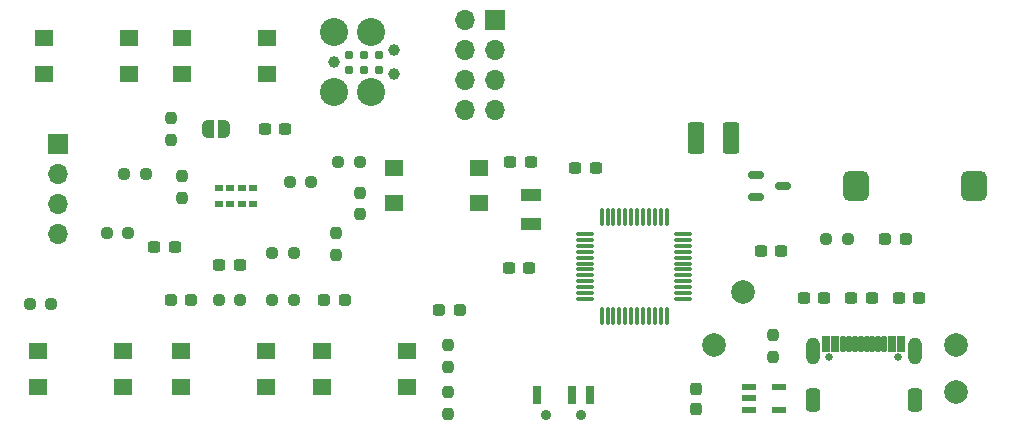
<source format=gts>
G04 #@! TF.GenerationSoftware,KiCad,Pcbnew,8.0.1*
G04 #@! TF.CreationDate,2024-04-26T15:43:04-05:00*
G04 #@! TF.ProjectId,HCIPCB_ATSAMD21G18_template,48434950-4342-45f4-9154-53414d443231,rev?*
G04 #@! TF.SameCoordinates,Original*
G04 #@! TF.FileFunction,Soldermask,Top*
G04 #@! TF.FilePolarity,Negative*
%FSLAX46Y46*%
G04 Gerber Fmt 4.6, Leading zero omitted, Abs format (unit mm)*
G04 Created by KiCad (PCBNEW 8.0.1) date 2024-04-26 15:43:04*
%MOMM*%
%LPD*%
G01*
G04 APERTURE LIST*
G04 Aperture macros list*
%AMRoundRect*
0 Rectangle with rounded corners*
0 $1 Rounding radius*
0 $2 $3 $4 $5 $6 $7 $8 $9 X,Y pos of 4 corners*
0 Add a 4 corners polygon primitive as box body*
4,1,4,$2,$3,$4,$5,$6,$7,$8,$9,$2,$3,0*
0 Add four circle primitives for the rounded corners*
1,1,$1+$1,$2,$3*
1,1,$1+$1,$4,$5*
1,1,$1+$1,$6,$7*
1,1,$1+$1,$8,$9*
0 Add four rect primitives between the rounded corners*
20,1,$1+$1,$2,$3,$4,$5,0*
20,1,$1+$1,$4,$5,$6,$7,0*
20,1,$1+$1,$6,$7,$8,$9,0*
20,1,$1+$1,$8,$9,$2,$3,0*%
%AMFreePoly0*
4,1,19,0.500000,-0.750000,0.000000,-0.750000,0.000000,-0.744911,-0.071157,-0.744911,-0.207708,-0.704816,-0.327430,-0.627875,-0.420627,-0.520320,-0.479746,-0.390866,-0.500000,-0.250000,-0.500000,0.250000,-0.479746,0.390866,-0.420627,0.520320,-0.327430,0.627875,-0.207708,0.704816,-0.071157,0.744911,0.000000,0.744911,0.000000,0.750000,0.500000,0.750000,0.500000,-0.750000,0.500000,-0.750000,
$1*%
%AMFreePoly1*
4,1,19,0.000000,0.744911,0.071157,0.744911,0.207708,0.704816,0.327430,0.627875,0.420627,0.520320,0.479746,0.390866,0.500000,0.250000,0.500000,-0.250000,0.479746,-0.390866,0.420627,-0.520320,0.327430,-0.627875,0.207708,-0.704816,0.071157,-0.744911,0.000000,-0.744911,0.000000,-0.750000,-0.500000,-0.750000,-0.500000,0.750000,0.000000,0.750000,0.000000,0.744911,0.000000,0.744911,
$1*%
G04 Aperture macros list end*
%ADD10C,0.900000*%
%ADD11R,0.700000X1.500000*%
%ADD12RoundRect,0.237500X-0.287500X-0.237500X0.287500X-0.237500X0.287500X0.237500X-0.287500X0.237500X0*%
%ADD13RoundRect,0.237500X-0.300000X-0.237500X0.300000X-0.237500X0.300000X0.237500X-0.300000X0.237500X0*%
%ADD14RoundRect,0.237500X-0.250000X-0.237500X0.250000X-0.237500X0.250000X0.237500X-0.250000X0.237500X0*%
%ADD15RoundRect,0.237500X0.237500X-0.250000X0.237500X0.250000X-0.237500X0.250000X-0.237500X-0.250000X0*%
%ADD16R,0.720000X0.600000*%
%ADD17RoundRect,0.237500X0.250000X0.237500X-0.250000X0.237500X-0.250000X-0.237500X0.250000X-0.237500X0*%
%ADD18R,1.700000X1.700000*%
%ADD19O,1.700000X1.700000*%
%ADD20C,2.000000*%
%ADD21RoundRect,0.237500X0.237500X-0.300000X0.237500X0.300000X-0.237500X0.300000X-0.237500X-0.300000X0*%
%ADD22R,1.600000X1.400000*%
%ADD23C,2.374900*%
%ADD24C,0.990600*%
%ADD25C,0.787400*%
%ADD26R,1.200000X0.600000*%
%ADD27RoundRect,0.150000X-0.512500X-0.150000X0.512500X-0.150000X0.512500X0.150000X-0.512500X0.150000X0*%
%ADD28RoundRect,0.237500X-0.237500X0.250000X-0.237500X-0.250000X0.237500X-0.250000X0.237500X0.250000X0*%
%ADD29R,1.800000X1.000000*%
%ADD30RoundRect,0.237500X0.300000X0.237500X-0.300000X0.237500X-0.300000X-0.237500X0.300000X-0.237500X0*%
%ADD31RoundRect,0.250001X-0.462499X-1.074999X0.462499X-1.074999X0.462499X1.074999X-0.462499X1.074999X0*%
%ADD32C,0.650000*%
%ADD33RoundRect,0.075000X-0.300000X-0.575000X0.300000X-0.575000X0.300000X0.575000X-0.300000X0.575000X0*%
%ADD34RoundRect,0.075000X-0.150000X-0.575000X0.150000X-0.575000X0.150000X0.575000X-0.150000X0.575000X0*%
%ADD35O,1.204000X2.304000*%
%ADD36RoundRect,0.301000X-0.301000X-0.701000X0.301000X-0.701000X0.301000X0.701000X-0.301000X0.701000X0*%
%ADD37RoundRect,0.075000X-0.662500X-0.075000X0.662500X-0.075000X0.662500X0.075000X-0.662500X0.075000X0*%
%ADD38RoundRect,0.075000X-0.075000X-0.662500X0.075000X-0.662500X0.075000X0.662500X-0.075000X0.662500X0*%
%ADD39RoundRect,0.550000X-0.550000X-0.720000X0.550000X-0.720000X0.550000X0.720000X-0.550000X0.720000X0*%
%ADD40FreePoly0,0.000000*%
%ADD41FreePoly1,0.000000*%
G04 APERTURE END LIST*
D10*
X135750000Y-111446335D03*
X138750000Y-111446335D03*
D11*
X135000000Y-109696335D03*
X138000000Y-109696335D03*
X139500000Y-109696335D03*
D12*
X126750000Y-102500000D03*
X128500000Y-102500000D03*
D13*
X138275000Y-90500000D03*
X140000000Y-90500000D03*
D14*
X114087500Y-91675000D03*
X115912500Y-91675000D03*
D13*
X161637500Y-101500000D03*
X163362500Y-101500000D03*
D14*
X100087500Y-91000000D03*
X101912500Y-91000000D03*
D15*
X127500000Y-107325000D03*
X127500000Y-105500000D03*
D16*
X108090000Y-92175000D03*
X109060000Y-92175000D03*
X110030000Y-92175000D03*
X111000000Y-92175000D03*
X111000000Y-93575000D03*
X110030000Y-93575000D03*
X109060000Y-93575000D03*
X108090000Y-93575000D03*
D17*
X93912500Y-102000000D03*
X92087500Y-102000000D03*
D14*
X112587500Y-101675000D03*
X114412500Y-101675000D03*
D15*
X120000000Y-94412500D03*
X120000000Y-92587500D03*
D13*
X112000000Y-87175000D03*
X113725000Y-87175000D03*
D15*
X105000000Y-93000000D03*
X105000000Y-91175000D03*
D18*
X131500000Y-77960000D03*
D19*
X128960000Y-77960000D03*
X131500000Y-80500000D03*
X128960000Y-80500000D03*
X131500000Y-83040000D03*
X128960000Y-83040000D03*
X131500000Y-85580000D03*
X128960000Y-85580000D03*
D20*
X152500000Y-101000000D03*
D17*
X114412500Y-97675000D03*
X112587500Y-97675000D03*
D21*
X148500000Y-110912500D03*
X148500000Y-109187500D03*
D14*
X118175000Y-90000000D03*
X120000000Y-90000000D03*
D13*
X157637500Y-101500000D03*
X159362500Y-101500000D03*
D22*
X93300000Y-79500000D03*
X100500000Y-79500000D03*
X93300000Y-82500000D03*
X100500000Y-82500000D03*
D14*
X98587500Y-96000000D03*
X100412500Y-96000000D03*
D13*
X108137500Y-98675000D03*
X109862500Y-98675000D03*
D20*
X170500000Y-109500000D03*
D23*
X117825000Y-79000000D03*
D24*
X117825000Y-81540000D03*
D23*
X117825000Y-84080000D03*
X121000000Y-79000000D03*
X121000000Y-84080000D03*
D24*
X122905000Y-80524000D03*
X122905000Y-82556000D03*
D25*
X119095000Y-82175000D03*
X119095000Y-80905000D03*
X120365000Y-82175000D03*
X120365000Y-80905000D03*
X121635000Y-82175000D03*
X121635000Y-80905000D03*
D26*
X153000000Y-109050000D03*
X153000000Y-110000000D03*
X153000000Y-110950000D03*
X155500000Y-110950000D03*
X155500000Y-109050000D03*
D27*
X153587500Y-91050000D03*
X153587500Y-92950000D03*
X155862500Y-92000000D03*
D28*
X155000000Y-104637500D03*
X155000000Y-106462500D03*
D18*
X94500000Y-88500000D03*
D19*
X94500000Y-91040000D03*
X94500000Y-93580000D03*
X94500000Y-96120000D03*
D22*
X122900000Y-90500000D03*
X130100000Y-90500000D03*
X122900000Y-93500000D03*
X130100000Y-93500000D03*
D13*
X165637500Y-101500000D03*
X167362500Y-101500000D03*
D29*
X134500000Y-95250000D03*
X134500000Y-92750000D03*
D30*
X134362500Y-99000000D03*
X132637500Y-99000000D03*
D22*
X92800000Y-106000000D03*
X100000000Y-106000000D03*
X92800000Y-109000000D03*
X100000000Y-109000000D03*
D31*
X148512500Y-88000000D03*
X151487500Y-88000000D03*
D32*
X159790000Y-106482500D03*
X165570000Y-106482500D03*
D33*
X159480000Y-105407500D03*
X160280000Y-105407500D03*
D34*
X161430000Y-105407500D03*
X162430000Y-105407500D03*
X162930000Y-105407500D03*
X163930000Y-105407500D03*
D33*
X165880000Y-105407500D03*
X165080000Y-105407500D03*
D34*
X164430000Y-105407500D03*
X163430000Y-105407500D03*
X161930000Y-105407500D03*
X160930000Y-105407500D03*
D35*
X158360000Y-105982500D03*
X167000000Y-105982500D03*
D36*
X158360000Y-110162500D03*
X167000000Y-110162500D03*
D37*
X139087500Y-96087500D03*
X139087500Y-96587500D03*
X139087500Y-97087500D03*
X139087500Y-97587500D03*
X139087500Y-98087500D03*
X139087500Y-98587500D03*
X139087500Y-99087500D03*
X139087500Y-99587500D03*
X139087500Y-100087500D03*
X139087500Y-100587500D03*
X139087500Y-101087500D03*
X139087500Y-101587500D03*
D38*
X140500000Y-103000000D03*
X141000000Y-103000000D03*
X141500000Y-103000000D03*
X142000000Y-103000000D03*
X142500000Y-103000000D03*
X143000000Y-103000000D03*
X143500000Y-103000000D03*
X144000000Y-103000000D03*
X144500000Y-103000000D03*
X145000000Y-103000000D03*
X145500000Y-103000000D03*
X146000000Y-103000000D03*
D37*
X147412500Y-101587500D03*
X147412500Y-101087500D03*
X147412500Y-100587500D03*
X147412500Y-100087500D03*
X147412500Y-99587500D03*
X147412500Y-99087500D03*
X147412500Y-98587500D03*
X147412500Y-98087500D03*
X147412500Y-97587500D03*
X147412500Y-97087500D03*
X147412500Y-96587500D03*
X147412500Y-96087500D03*
D38*
X146000000Y-94675000D03*
X145500000Y-94675000D03*
X145000000Y-94675000D03*
X144500000Y-94675000D03*
X144000000Y-94675000D03*
X143500000Y-94675000D03*
X143000000Y-94675000D03*
X142500000Y-94675000D03*
X142000000Y-94675000D03*
X141500000Y-94675000D03*
X141000000Y-94675000D03*
X140500000Y-94675000D03*
D12*
X104000000Y-101675000D03*
X105750000Y-101675000D03*
D22*
X104900000Y-106000000D03*
X112100000Y-106000000D03*
X104900000Y-109000000D03*
X112100000Y-109000000D03*
D13*
X154000000Y-97500000D03*
X155725000Y-97500000D03*
D15*
X118000000Y-97825000D03*
X118000000Y-96000000D03*
D20*
X150000000Y-105500000D03*
D15*
X127500000Y-111325000D03*
X127500000Y-109500000D03*
X104000000Y-88087500D03*
X104000000Y-86262500D03*
D20*
X170500000Y-105500000D03*
D39*
X172000000Y-92000000D03*
X162000000Y-92000000D03*
D40*
X107200000Y-87175000D03*
D41*
X108500000Y-87175000D03*
D12*
X164487500Y-96500000D03*
X166237500Y-96500000D03*
X117000000Y-101675000D03*
X118750000Y-101675000D03*
D30*
X104362500Y-97175000D03*
X102637500Y-97175000D03*
D22*
X105000000Y-79500000D03*
X112200000Y-79500000D03*
X105000000Y-82500000D03*
X112200000Y-82500000D03*
D14*
X159537500Y-96500000D03*
X161362500Y-96500000D03*
D22*
X116800000Y-106000000D03*
X124000000Y-106000000D03*
X116800000Y-109000000D03*
X124000000Y-109000000D03*
D30*
X134500000Y-90000000D03*
X132775000Y-90000000D03*
D14*
X108087500Y-101675000D03*
X109912500Y-101675000D03*
M02*

</source>
